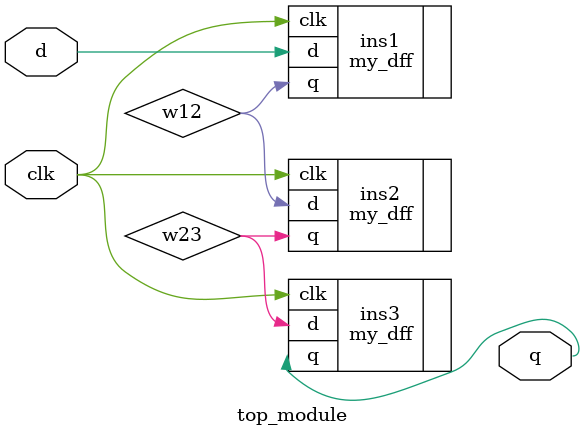
<source format=v>
/*
 * Project name   :
 * File name      : module_shift.v
 * Created date   : Th08 22 2018
 * Author         : Van-Nam DINH 
 * Last modified  : Th08 22 2018 16:41
 * Desc           :
 */

module top_module(
    input   clk,
    input   d,
    output  q
);
    //instance my_dff two inputs and out output (D-FlipFlop)
    wire w12, w23;
    my_dff ins1(.clk(clk), .d(d), .q(w12));
    my_dff ins2(.clk(clk), .d(w12), .q(w23));
    my_dff ins3(.clk(clk), .d(w23), .q(q));
    endmodule

</source>
